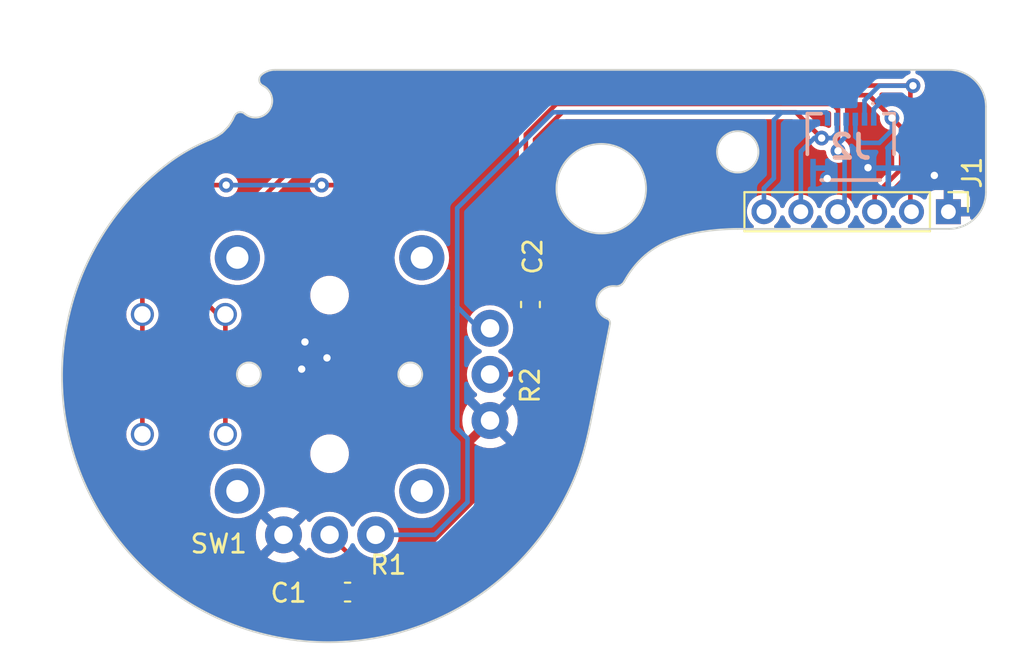
<source format=kicad_pcb>
(kicad_pcb (version 20240108) (generator "pcbnew") (generator_version "8.0")
  (layers (0 "F.Cu" signal) (31 "B.Cu" signal) (34 "B.Paste" user) (35 "F.Paste" user) (36 "B.SilkS" user "B.Silkscreen") (37 "F.SilkS" user "F.Silkscreen") (38 "B.Mask" user) (39 "F.Mask" user) (44 "Edge.Cuts" user))
  (net 0 "")
  (net 1 "GND")
  (net 2 "RS_B_IN")
  (net 3 "RS_B_OUT")
  (net 4 "RY")
  (net 5 "RX")
  (net 6 "+3V3")
  (net 7 "Net-(SW1-X_OUT)")
  (net 8 "Net-(SW1-Y_OUT)")
  (footprint "Capacitor_SMD:C_0603_1608Metric_Pad1.08x0.95mm_HandSolder" (layer "F.Cu") (at 248.1834 161.4932)
    (property "Reference" "C1" (at -3.2004 0.0508 0) (layer "F.SilkS"))
    (property "Value" ".047u" (hide yes))
    (fp_line (start -0.146267 -0.51) (end 0.146267 -0.51) (stroke (width 0.12)) (layer "F.SilkS"))
    (fp_line (start -0.146267 0.51) (end 0.146267 0.51) (stroke (width 0.12)) (layer "F.SilkS"))
    (pad "1" smd roundrect (at -0.8625 0) (size 1.075 0.95) (layers "F.Cu" "F.Paste" "F.Mask") (net 1 "GND"))
    (pad "2" smd roundrect (at 0.8625 0) (size 1.075 0.95) (layers "F.Cu" "F.Paste" "F.Mask") (net 5 "RX"))
  )
  (footprint "Resistor_SMD:R_0201_0603Metric" (layer "F.Cu") (at 248.6914 160.3248)
    (property "Reference" "R1" (at 1.7 -0.3 0) (layer "F.SilkS"))
    (property "Value" "1k" (hide yes))
    (pad "1" smd roundrect (at -0.32 0) (size 0.46 0.4) (layers "F.Cu" "F.Mask") (net 7 "Net-(SW1-X_OUT)"))
    (pad "2" smd roundrect (at 0.32 0) (size 0.46 0.4) (layers "F.Cu" "F.Mask") (net 5 "RX"))
  )
  (footprint "hhl:GL1807SYAE" (layer "F.Cu") (at 247.2072 149.688518)
    (property "Reference" "SW1" (at -6.0088 9.188482 0) (layer "F.SilkS"))
    (property "Value" "GL18_SW")
    (pad "" thru_hole circle (at -5 -6.325) (size 2.45 2.45) (drill 1.2) (layers "*.Cu" "*.Mask"))
    (pad "" thru_hole circle (at -5 6.325) (size 2.45 2.45) (drill 1.2) (layers "*.Cu" "*.Mask"))
    (pad "" np_thru_hole circle (at 0 -4.3) (size 1.6 1.6) (drill 1.6) (layers "F&B.Cu" "*.Mask"))
    (pad "" np_thru_hole circle (at 0 4.3) (size 1.6 1.6) (drill 1.6) (layers "F&B.Cu" "*.Mask"))
    (pad "" thru_hole circle (at 5 -6.325) (size 2.45 2.45) (drill 1.2) (layers "*.Cu" "*.Mask"))
    (pad "" thru_hole circle (at 5 6.325) (size 2.45 2.45) (drill 1.2) (layers "*.Cu" "*.Mask"))
    (pad "S1" thru_hole circle (at -5.65 -3.25) (size 1.25 1.25) (drill 0.9) (layers "*.Cu" "*.Mask") (net 3 "RS_B_OUT"))
    (pad "S2" thru_hole circle (at -5.65 3.25) (size 1.25 1.25) (drill 0.9) (layers "*.Cu" "*.Mask") (net 3 "RS_B_OUT"))
    (pad "S3" thru_hole circle (at -10.15 -3.25) (size 1.25 1.25) (drill 0.9) (layers "*.Cu" "*.Mask") (net 2 "RS_B_IN"))
    (pad "S4" thru_hole circle (at -10.15 3.25) (size 1.25 1.25) (drill 0.9) (layers "*.Cu" "*.Mask") (net 2 "RS_B_IN"))
    (pad "X1" thru_hole circle (at -2.5 8.7) (size 2 2) (drill 1) (layers "*.Cu" "*.Mask") (net 1 "GND"))
    (pad "X2" thru_hole circle (at 0 8.7) (size 2 2) (drill 1) (layers "*.Cu" "*.Mask") (net 7 "Net-(SW1-X_OUT)"))
    (pad "X3" thru_hole circle (at 2.5 8.7) (size 2 2) (drill 1) (layers "*.Cu" "*.Mask") (net 6 "+3V3"))
    (pad "Y1" thru_hole circle (at 8.7 2.5) (size 2 2) (drill 1) (layers "*.Cu" "*.Mask") (net 1 "GND"))
    (pad "Y2" thru_hole circle (at 8.7 0) (size 2 2) (drill 1) (layers "*.Cu" "*.Mask") (net 8 "Net-(SW1-Y_OUT)"))
    (pad "Y3" thru_hole circle (at 8.7 -2.5) (size 2 2) (drill 1) (layers "*.Cu" "*.Mask") (net 6 "+3V3"))
  )
  (footprint "Connector_PinHeader_2.00mm:PinHeader_1x06_P2.00mm_Vertical" (layer "F.Cu") (at 280.761001 140.867407 -90)
    (property "Reference" "J1" (at -2.117407 -1.288999 90) (layer "F.SilkS"))
    (property "Value" "Conn_01x06_Pin" (hide yes))
    (fp_line (start -1.06 11.06) (end 1.06 11.06) (stroke (width 0.12)) (layer "F.SilkS"))
    (fp_line (start -1.06 1) (end -1.06 11.06) (stroke (width 0.12)) (layer "F.SilkS"))
    (fp_line (start -1.06 1) (end 1.06 1) (stroke (width 0.12)) (layer "F.SilkS"))
    (fp_line (start 1.06 1) (end 1.06 11.06) (stroke (width 0.12)) (layer "F.SilkS"))
    (fp_line (start -1.06 0) (end -1.06 -1.06) (stroke (width 0.12)) (layer "F.SilkS"))
    (fp_line (start -1.06 -1.06) (end 0 -1.06) (stroke (width 0.12)) (layer "F.SilkS"))
    (pad "1" thru_hole rect (at 0 0 270) (size 1.35 1.35) (drill 0.8) (layers "*.Cu" "*.Mask") (net 1 "GND"))
    (pad "2" thru_hole oval (at 0 2 270) (size 1.35 1.35) (drill 0.8) (layers "*.Cu" "*.Mask") (net 3 "RS_B_OUT"))
    (pad "3" thru_hole oval (at 0 4 270) (size 1.35 1.35) (drill 0.8) (layers "*.Cu" "*.Mask") (net 2 "RS_B_IN"))
    (pad "4" thru_hole oval (at 0 6 270) (size 1.35 1.35) (drill 0.8) (layers "*.Cu" "*.Mask") (net 4 "RY"))
    (pad "5" thru_hole oval (at 0 8 270) (size 1.35 1.35) (drill 0.8) (layers "*.Cu" "*.Mask") (net 5 "RX"))
    (pad "6" thru_hole oval (at 0 10 270) (size 1.35 1.35) (drill 0.8) (layers "*.Cu" "*.Mask") (net 6 "+3V3"))
  )
  (footprint "Capacitor_SMD:C_0603_1608Metric_Pad1.08x0.95mm_HandSolder" (layer "F.Cu") (at 258.1 145.9 -90)
    (property "Reference" "C2" (at -2.6 -0.125 90) (layer "F.SilkS"))
    (property "Value" ".047u" (hide yes))
    (fp_line (start -0.146267 0.51) (end 0.146267 0.51) (stroke (width 0.12)) (layer "F.SilkS"))
    (fp_line (start -0.146267 -0.51) (end 0.146267 -0.51) (stroke (width 0.12)) (layer "F.SilkS"))
    (pad "1" smd roundrect (at -0.8625 0 270) (size 1.075 0.95) (layers "F.Cu" "F.Paste" "F.Mask") (net 1 "GND"))
    (pad "2" smd roundrect (at 0.8625 0 270) (size 1.075 0.95) (layers "F.Cu" "F.Paste" "F.Mask") (net 4 "RY"))
  )
  (footprint "Resistor_SMD:R_0201_0603Metric" (layer "F.Cu") (at 257.8354 148.59 90)
    (property "Reference" "R2" (at -1.7 0.25 -90) (layer "F.SilkS"))
    (property "Value" "1k" (hide yes))
    (pad "1" smd roundrect (at -0.32 0 90) (size 0.46 0.4) (layers "F.Cu" "F.Mask") (net 8 "Net-(SW1-Y_OUT)"))
    (pad "2" smd roundrect (at 0.32 0 90) (size 0.46 0.4) (layers "F.Cu" "F.Mask") (net 4 "RY"))
  )
  (footprint "hhl:5034800640" (layer "B.Cu") (at 275.463716 137.350698 180)
    (property "Reference" "J2" (at 0 0 0) (layer "B.SilkS") (effects (font (size 1.27 1.27) (thickness 0.254)) (justify mirror)))
    (property "Value" "503480-0640" (hide yes))
    (fp_line (start 2.35 1.8) (end 2.35 -0.4) (stroke (width 0.2)) (layer "B.SilkS"))
    (fp_line (start 1.6 1.8) (end 2.35 1.8) (stroke (width 0.2)) (layer "B.SilkS"))
    (fp_line (start -1.2 2.4) (end -1.2 2.4) (stroke (width 0.1)) (layer "B.SilkS"))
    (fp_line (start -1.2 2.3) (end -1.2 2.3) (stroke (width 0.1)) (layer "B.SilkS"))
    (fp_line (start -1.6 -1.8) (end 1.6 -1.8) (stroke (width 0.2)) (layer "B.SilkS"))
    (fp_line (start -1.8 1.8) (end -2.35 1.8) (stroke (width 0.2)) (layer "B.SilkS"))
    (fp_line (start -2.35 1.8) (end -2.35 -0.4) (stroke (width 0.2)) (layer "B.SilkS"))
    (fp_arc (start -1.2 2.4) (mid -1.25 2.35) (end -1.2 2.3) (stroke (width 0.1)) (layer "B.SilkS"))
    (fp_arc (start -1.2 2.3) (mid -1.15 2.35) (end -1.2 2.4) (stroke (width 0.1)) (layer "B.SilkS"))
    (pad "1" smd rect (at -1.25 1.5 180) (size 0.3 0.7) (layers "B.Cu" "B.Paste" "B.Mask") (net 1 "GND"))
    (pad "2" smd rect (at -0.75 1.5 180) (size 0.3 0.7) (layers "B.Cu" "B.Paste" "B.Mask") (net 3 "RS_B_OUT"))
    (pad "3" smd rect (at -0.25 1.5 180) (size 0.3 0.7) (layers "B.Cu" "B.Paste" "B.Mask") (net 2 "RS_B_IN"))
    (pad "4" smd rect (at 0.25 1.5 180) (size 0.3 0.7) (layers "B.Cu" "B.Paste" "B.Mask") (net 4 "RY"))
    (pad "5" smd rect (at 0.75 1.5 180) (size 0.3 0.7) (layers "B.Cu" "B.Paste" "B.Mask") (net 5 "RX"))
    (pad "6" smd rect (at 1.25 1.5 180) (size 0.3 0.7) (layers "B.Cu" "B.Paste" "B.Mask") (net 6 "+3V3"))
    (pad "MP1" smd rect (at -2.04 -1.15 180) (size 0.3 1) (layers "B.Cu" "B.Paste" "B.Mask") (net 1 "GND"))
    (pad "MP2" smd rect (at 2.04 -1.15 180) (size 0.3 1) (layers "B.Cu" "B.Paste" "B.Mask") (net 1 "GND"))
  )
  (gr_curve (pts (xy 236.182716 140.373821) (xy 235.498868 141.170014) (xy 234.903887 142.038443) (xy 234.408371 142.963672)) (stroke (width 0.1)) (layer "Edge.Cuts"))
  (gr_curve (pts (xy 262.416512 146.875826) (xy 262.419466 146.901486) (xy 262.418425 146.927449) (xy 262.413427 146.952791)) (stroke (width 0.1)) (layer "Edge.Cuts"))
  (gr_curve (pts (xy 264.33381 143.213824) (xy 264.840979 142.782004) (xy 265.432345 142.469536) (xy 266.125889 142.247344)) (stroke (width 0.1)) (layer "Edge.Cuts"))
  (gr_arc (start 243.517695 133.447452) (mid 243.86174 133.246104) (end 244.25418 133.176111) (stroke (width 0.1)) (layer "Edge.Cuts"))
  (gr_curve (pts (xy 261.687781 150.631904) (xy 261.929663 149.405533) (xy 262.171545 148.179162) (xy 262.413427 146.952791)) (stroke (width 0.1)) (layer "Edge.Cuts"))
  (gr_curve (pts (xy 262.396021 146.801576) (xy 262.406646 146.825118) (xy 262.413559 146.850166) (xy 262.416512 146.875826)) (stroke (width 0.1)) (layer "Edge.Cuts"))
  (gr_curve (pts (xy 233.286784 153.849988) (xy 233.8177 155.652394) (xy 234.69568 157.33392) (xy 235.871146 158.800026)) (stroke (width 0.1)) (layer "Edge.Cuts"))
  (gr_arc (start 262.258094 146.671154) (mid 261.69711 145.598301) (end 262.689001 144.904134) (stroke (width 0.1)) (layer "Edge.Cuts"))
  (gr_curve (pts (xy 245.457574 164.109906) (xy 247.323163 164.328607) (xy 249.213601 164.181329) (xy 251.022835 163.676242)) (stroke (width 0.1)) (layer "Edge.Cuts"))
  (gr_curve (pts (xy 240.14013 162.398991) (xy 241.784364 163.309899) (xy 243.590696 163.891054) (xy 245.457574 164.109906)) (stroke (width 0.1)) (layer "Edge.Cuts"))
  (gr_arc (start 243.589841 134.027633) (mid 243.951806 135.351149) (end 242.594525 135.552392) (stroke (width 0.1)) (layer "Edge.Cuts"))
  (gr_curve (pts (xy 266.125889 142.247344) (xy 267.437638 141.827097) (xy 268.899751 141.798227) (xy 269.339269 141.798227)) (stroke (width 0.1)) (layer "Edge.Cuts"))
  (gr_curve (pts (xy 242.123835 135.571284) (xy 242.156289 135.539286) (xy 242.194682 135.513934) (xy 242.236854 135.496653)) (stroke (width 0.1)) (layer "Edge.Cuts"))
  (gr_curve (pts (xy 242.04761 135.683234) (xy 242.065487 135.641311) (xy 242.091381 135.603281) (xy 242.123835 135.571284)) (stroke (width 0.1)) (layer "Edge.Cuts"))
  (gr_curve (pts (xy 232.774982 148.296871) (xy 232.582661 150.163609) (xy 232.756548 152.049892) (xy 233.286784 153.849988)) (stroke (width 0.1)) (layer "Edge.Cuts"))
  (gr_circle (center 251.5822 149.688518) (end 250.9322 149.688518) (stroke (width 0.1)) (fill none) (layer "Edge.Cuts"))
  (gr_curve (pts (xy 234.408371 142.963672) (xy 233.522291 144.618165) (xy 232.967327 146.429893) (xy 232.774982 148.296871)) (stroke (width 0.1)) (layer "Edge.Cuts"))
  (gr_arc (start 238.47358 138.230022) (mid 239.5728 137.5156) (end 240.757606 136.954424) (stroke (width 0.1)) (layer "Edge.Cuts"))
  (gr_curve (pts (xy 262.339918 146.722765) (xy 262.363571 146.745131) (xy 262.38263 146.771904) (xy 262.396021 146.801576)) (stroke (width 0.1)) (layer "Edge.Cuts"))
  (gr_circle (center 242.8322 149.688518) (end 242.1822 149.688518) (stroke (width 0.1)) (fill none) (layer "Edge.Cuts"))
  (gr_curve (pts (xy 238.47358 138.230022) (xy 237.634302 138.859248) (xy 236.866138 139.578124) (xy 236.182716 140.373821)) (stroke (width 0.1)) (layer "Edge.Cuts"))
  (gr_line (start 269.339269 141.798227) (end 280.79541 141.798227) (stroke (width 0.1)) (layer "Edge.Cuts"))
  (gr_circle (center 261.937726 139.619733) (end 259.507726 139.619733) (stroke (width 0.1)) (fill none) (layer "Edge.Cuts"))
  (gr_curve (pts (xy 259.6752 156.938683) (xy 260.947044 154.71543) (xy 261.163485 153.290147) (xy 261.687781 150.631904)) (stroke (width 0.1)) (layer "Edge.Cuts"))
  (gr_arc (start 243.589841 134.027633) (mid 243.397445 133.756981) (end 243.517695 133.447452) (stroke (width 0.1)) (layer "Edge.Cuts"))
  (gr_line (start 280.79541 133.176111) (end 244.25418 133.176111) (stroke (width 0.1)) (layer "Edge.Cuts"))
  (gr_curve (pts (xy 251.022835 163.676242) (xy 252.834993 163.170339) (xy 254.531141 162.315171) (xy 256.015561 161.158883)) (stroke (width 0.1)) (layer "Edge.Cuts"))
  (gr_curve (pts (xy 263.180662 144.650874) (xy 263.442841 144.181174) (xy 263.796421 143.671376) (xy 264.33381 143.213824)) (stroke (width 0.1)) (layer "Edge.Cuts"))
  (gr_curve (pts (xy 235.871146 158.800026) (xy 237.046357 160.265812) (xy 238.496527 161.488432) (xy 240.14013 162.398991)) (stroke (width 0.1)) (layer "Edge.Cuts"))
  (gr_curve (pts (xy 242.04761 135.683234) (xy 242.020787 135.74614) (xy 241.992431 135.806999) (xy 241.962596 135.865913)) (stroke (width 0.1)) (layer "Edge.Cuts"))
  (gr_curve (pts (xy 263.055454 144.79838) (xy 263.004514 144.838926) (xy 262.946141 144.869136) (xy 262.88362 144.887307)) (stroke (width 0.1)) (layer "Edge.Cuts"))
  (gr_curve (pts (xy 256.015561 161.158883) (xy 257.498301 160.003905) (xy 258.741827 158.570271) (xy 259.6752 156.938683)) (stroke (width 0.1)) (layer "Edge.Cuts"))
  (gr_curve (pts (xy 242.236854 135.496653) (xy 242.279026 135.479373) (xy 242.324171 135.470494) (xy 242.369746 135.470518)) (stroke (width 0.1)) (layer "Edge.Cuts"))
  (gr_arc (start 280.79541 133.176111) (mid 282.209624 133.761897) (end 282.79541 135.176111) (stroke (width 0.1)) (layer "Edge.Cuts"))
  (gr_arc (start 282.79541 139.798227) (mid 282.209624 141.212441) (end 280.79541 141.798227) (stroke (width 0.1)) (layer "Edge.Cuts"))
  (gr_circle (center 269.339269 137.621378) (end 268.214269 137.621378) (stroke (width 0.1)) (fill none) (layer "Edge.Cuts"))
  (gr_line (start 282.79541 139.798227) (end 282.79541 135.176111) (stroke (width 0.1)) (layer "Edge.Cuts"))
  (gr_curve (pts (xy 263.180662 144.650874) (xy 263.148929 144.707724) (xy 263.106395 144.757833) (xy 263.055454 144.79838)) (stroke (width 0.1)) (layer "Edge.Cuts"))
  (gr_curve (pts (xy 241.379633 136.594202) (xy 241.133714 136.769246) (xy 241.046288 136.822058) (xy 240.757606 136.954424)) (stroke (width 0.1)) (layer "Edge.Cuts"))
  (gr_curve (pts (xy 242.369746 135.470518) (xy 242.41054 135.47054) (xy 242.451017 135.477693) (xy 242.489348 135.491654)) (stroke (width 0.1)) (layer "Edge.Cuts"))
  (gr_curve (pts (xy 241.962596 135.865913) (xy 241.845174 136.068866) (xy 241.78793 136.154711) (xy 241.72709 136.236165)) (stroke (width 0.1)) (layer "Edge.Cuts"))
  (gr_curve (pts (xy 262.258094 146.671154) (xy 262.288468 146.682866) (xy 262.316264 146.700398) (xy 262.339918 146.722765)) (stroke (width 0.1)) (layer "Edge.Cuts"))
  (gr_curve (pts (xy 242.489348 135.491654) (xy 242.527678 135.505616) (xy 242.563274 135.526171) (xy 242.594525 135.552392)) (stroke (width 0.1)) (layer "Edge.Cuts"))
  (gr_curve (pts (xy 241.72709 136.236165) (xy 241.526644 136.459897) (xy 241.45499 136.529043) (xy 241.379633 136.594202)) (stroke (width 0.1)) (layer "Edge.Cuts"))
  (gr_curve (pts (xy 262.88362 144.887307) (xy 262.820486 144.905657) (xy 262.754348 144.911375) (xy 262.689001 144.904134)) (stroke (width 0.1)) (layer "Edge.Cuts"))
  (segment (start 244.838518 158.788518) (end 244.7 158.65) (width 0.25) (layer "F.Cu") (net 1))
  (via (at 276.4028 138.4808) (size 0.8) (drill 0.4) (layers "F.Cu" "B.Cu") (net 1))
  (via (at 280 138.9) (size 0.8) (drill 0.4) (layers "F.Cu" "B.Cu") (net 1))
  (via (at 245.872 147.9296) (size 0.8) (drill 0.4) (layers "F.Cu" "B.Cu") (net 1))
  (via (at 245.6942 149.4028) (size 0.8) (drill 0.4) (layers "F.Cu" "B.Cu") (net 1))
  (via (at 274.193 139.065) (size 0.8) (drill 0.4) (layers "F.Cu" "B.Cu") (net 1))
  (via (at 247.0658 148.7932) (size 0.8) (drill 0.4) (layers "F.Cu" "B.Cu") (net 1))
  (segment (start 276.713716 135.299684) (end 277.0632 134.9502) (width 0.25) (layer "B.Cu") (net 1))
  (segment (start 277.1902 134.8232) (end 278.13 134.8232) (width 0.25) (layer "B.Cu") (net 1))
  (segment (start 280.003716 138.896284) (end 280 138.9) (width 0.25) (layer "B.Cu") (net 1))
  (segment (start 278.13 134.8232) (end 278.4348 134.8232) (width 0.25) (layer "B.Cu") (net 1))
  (segment (start 277.0632 134.9502) (end 277.1902 134.8232) (width 0.25) (layer "B.Cu") (net 1))
  (segment (start 276.713716 135.850698) (end 276.713716 135.299684) (width 0.25) (layer "B.Cu") (net 1))
  (segment (start 278.4348 134.8232) (end 279.3746 135.763) (width 0.25) (layer "B.Cu") (net 1))
  (segment (start 244.961482 158.388518) (end 244.7 158.65) (width 0.25) (layer "B.Cu") (net 1))
  (segment (start 237.0572 142.4678) (end 237.0572 146.438518) (width 0.25) (layer "F.Cu") (net 2))
  (segment (start 241.6 139.425) (end 240.1 139.425) (width 0.25) (layer "F.Cu") (net 2))
  (segment (start 278.2 138.55) (end 276.761001 139.988999) (width 0.25) (layer "F.Cu") (net 2))
  (segment (start 252.4 139.425) (end 246.775 139.425) (width 0.25) (layer "F.Cu") (net 2))
  (segment (start 276.761001 139.988999) (end 276.761001 140.867407) (width 0.25) (layer "F.Cu") (net 2))
  (segment (start 278.2 136.2902) (end 278.2 138.55) (width 0.25) (layer "F.Cu") (net 2))
  (segment (start 277.6982 135.7884) (end 278.2 136.2902) (width 0.25) (layer "F.Cu") (net 2))
  (segment (start 277.6982 135.7884) (end 276.4598 134.55) (width 0.25) (layer "F.Cu") (net 2))
  (segment (start 257.275 134.55) (end 252.4 139.425) (width 0.25) (layer "F.Cu") (net 2))
  (segment (start 237.0572 146.438518) (end 237.0572 152.938518) (width 0.25) (layer "F.Cu") (net 2))
  (segment (start 276.4598 134.55) (end 257.275 134.55) (width 0.25) (layer "F.Cu") (net 2))
  (segment (start 240.1 139.425) (end 237.0572 142.4678) (width 0.25) (layer "F.Cu") (net 2))
  (via (at 241.6 139.425) (size 0.8) (drill 0.4) (layers "F.Cu" "B.Cu") (net 2))
  (via (at 277.6982 135.7884) (size 0.8) (drill 0.4) (layers "F.Cu" "B.Cu") (net 2))
  (via (at 246.775 139.425) (size 0.8) (drill 0.4) (layers "F.Cu" "B.Cu") (net 2))
  (segment (start 246.775 139.425) (end 241.6 139.425) (width 0.25) (layer "B.Cu") (net 2))
  (segment (start 275.713716 136.801116) (end 275.713716 135.850698) (width 0.25) (layer "B.Cu") (net 2))
  (segment (start 277.6982 136.4488) (end 277.0124 137.1346) (width 0.25) (layer "B.Cu") (net 2))
  (segment (start 277.0124 137.1346) (end 276.0472 137.1346) (width 0.25) (layer "B.Cu") (net 2))
  (segment (start 277.6982 135.7884) (end 277.6982 136.4488) (width 0.25) (layer "B.Cu") (net 2))
  (segment (start 276.0472 137.1346) (end 275.713716 136.801116) (width 0.25) (layer "B.Cu") (net 2))
  (segment (start 240.75 140.725) (end 239.3 142.175) (width 0.25) (layer "F.Cu") (net 3))
  (segment (start 278.7 134.177) (end 278.7 140.806406) (width 0.25) (layer "F.Cu") (net 3))
  (segment (start 239.3 142.175) (end 239.3 144.6) (width 0.25) (layer "F.Cu") (net 3))
  (segment (start 245.15 138.525) (end 242.95 140.725) (width 0.25) (layer "F.Cu") (net 3))
  (segment (start 252.575 138.525) (end 245.15 138.525) (width 0.25) (layer "F.Cu") (net 3))
  (segment (start 241.5572 152.938518) (end 241.5572 146.438518) (width 0.25) (layer "F.Cu") (net 3))
  (segment (start 239.3 144.6) (end 241.138518 146.438518) (width 0.25) (layer "F.Cu") (net 3))
  (segment (start 241.138518 146.438518) (end 241.5572 146.438518) (width 0.25) (layer "F.Cu") (net 3))
  (segment (start 278.8304 134.025) (end 257.075 134.025) (width 0.25) (layer "F.Cu") (net 3))
  (segment (start 278.8412 134.0358) (end 278.7 134.177) (width 0.25) (layer "F.Cu") (net 3))
  (segment (start 242.95 140.725) (end 240.75 140.725) (width 0.25) (layer "F.Cu") (net 3))
  (segment (start 278.7 140.806406) (end 278.761001 140.867407) (width 0.25) (layer "F.Cu") (net 3))
  (segment (start 257.075 134.025) (end 252.575 138.525) (width 0.25) (layer "F.Cu") (net 3))
  (segment (start 278.8412 134.0358) (end 278.8304 134.025) (width 0.25) (layer "F.Cu") (net 3))
  (via (at 278.8412 134.0358) (size 0.8) (drill 0.4) (layers "F.Cu" "B.Cu") (net 3))
  (segment (start 276.213716 135.850698) (end 276.213716 134.834484) (width 0.25) (layer "B.Cu") (net 3))
  (segment (start 276.213716 134.834484) (end 277.0124 134.0358) (width 0.25) (layer "B.Cu") (net 3))
  (segment (start 277.0124 134.0358) (end 278.8412 134.0358) (width 0.25) (layer "B.Cu") (net 3))
  (segment (start 278.8412 134.0358) (end 278.713716 134.163284) (width 0.25) (layer "B.Cu") (net 3))
  (segment (start 258.6875 146.7625) (end 258.1 146.7625) (width 0.25) (layer "F.Cu") (net 4))
  (segment (start 257.85 136.675) (end 257.85 141.85) (width 0.25) (layer "F.Cu") (net 4))
  (segment (start 274.475 135.025) (end 259.5 135.025) (width 0.25) (layer "F.Cu") (net 4))
  (segment (start 258.1 147.925) (end 258.1 146.7625) (width 0.25) (layer "F.Cu") (net 4))
  (segment (start 257.85 141.85) (end 259.775 143.775) (width 0.25) (layer "F.Cu") (net 4))
  (segment (start 274.7772 135.3272) (end 274.475 135.025) (width 0.25) (layer "F.Cu") (net 4))
  (segment (start 257.8354 148.27) (end 257.8354 148.1896) (width 0.25) (layer "F.Cu") (net 4))
  (segment (start 257.8354 148.1896) (end 258.1 147.925) (width 0.25) (layer "F.Cu") (net 4))
  (segment (start 274.7772 137.5664) (end 274.7772 135.3272) (width 0.25) (layer "F.Cu") (net 4))
  (segment (start 259.775 143.775) (end 259.775 145.675) (width 0.25) (layer "F.Cu") (net 4))
  (segment (start 259.5 135.025) (end 257.85 136.675) (width 0.25) (layer "F.Cu") (net 4))
  (segment (start 259.775 145.675) (end 258.6875 146.7625) (width 0.25) (layer "F.Cu") (net 4))
  (via (at 274.7772 137.5664) (size 0.8) (drill 0.4) (layers "F.Cu" "B.Cu") (net 4))
  (segment (start 275.213716 136.774284) (end 274.7772 137.2108) (width 0.25) (layer "B.Cu") (net 4))
  (segment (start 274.7772 137.2108) (end 274.7772 137.5664) (width 0.25) (layer "B.Cu") (net 4))
  (segment (start 275.1328 140.495608) (end 274.761001 140.867407) (width 0.25) (layer "B.Cu") (net 4))
  (segment (start 275.213716 135.850698) (end 275.213716 136.774284) (width 0.25) (layer "B.Cu") (net 4))
  (segment (start 274.7772 137.5664) (end 275.1328 137.922) (width 0.25) (layer "B.Cu") (net 4))
  (segment (start 275.1328 137.922) (end 275.1328 140.495608) (width 0.25) (layer "B.Cu") (net 4))
  (segment (start 250.7568 161.4932) (end 249.0459 161.4932) (width 0.25) (layer "F.Cu") (net 5))
  (segment (start 249.0459 161.4932) (end 249.0459 160.3593) (width 0.25) (layer "F.Cu") (net 5))
  (segment (start 272.4882 135.475) (end 259.825 135.475) (width 0.25) (layer "F.Cu") (net 5))
  (segment (start 258.35 136.95) (end 258.35 141.675) (width 0.25) (layer "F.Cu") (net 5))
  (segment (start 258.35 141.675) (end 260.3 143.625) (width 0.25) (layer "F.Cu") (net 5))
  (segment (start 273.8882 136.875) (end 272.4882 135.475) (width 0.25) (layer "F.Cu") (net 5))
  (segment (start 258 154.25) (end 250.7568 161.4932) (width 0.25) (layer "F.Cu") (net 5))
  (segment (start 258 153.05) (end 258 154.25) (width 0.25) (layer "F.Cu") (net 5))
  (segment (start 260.3 150.75) (end 258 153.05) (width 0.25) (layer "F.Cu") (net 5))
  (segment (start 260.3 143.625) (end 260.3 150.75) (width 0.25) (layer "F.Cu") (net 5))
  (segment (start 249.0459 160.3593) (end 249.0114 160.3248) (width 0.25) (layer "F.Cu") (net 5))
  (segment (start 259.825 135.475) (end 258.35 136.95) (width 0.25) (layer "F.Cu") (net 5))
  (via (at 273.8882 136.875) (size 0.8) (drill 0.4) (layers "F.Cu" "B.Cu") (net 5))
  (segment (start 274.713716 135.850698) (end 274.713716 136.608284) (width 0.25) (layer "B.Cu") (net 5))
  (segment (start 272.761001 137.601399) (end 272.761001 140.867407) (width 0.25) (layer "B.Cu") (net 5))
  (segment (start 273.4874 136.875) (end 272.761001 137.601399) (width 0.25) (layer "B.Cu") (net 5))
  (segment (start 274.713716 136.608284) (end 274.447 136.875) (width 0.25) (layer "B.Cu") (net 5))
  (segment (start 273.8882 136.875) (end 273.4874 136.875) (width 0.25) (layer "B.Cu") (net 5))
  (segment (start 273.8882 136.875) (end 274.447 136.875) (width 0.25) (layer "B.Cu") (net 5))
  (segment (start 274.143807 135.4836) (end 271.6784 135.4836) (width 0.25) (layer "B.Cu") (net 6))
  (segment (start 255.9072 147.188518) (end 255.290918 147.188518) (width 0.25) (layer "B.Cu") (net 6))
  (segment (start 274.213716 135.850698) (end 274.213716 135.553509) (width 0.25) (layer "B.Cu") (net 6))
  (segment (start 271.6698 135.475) (end 259.325 135.475) (width 0.25) (layer "B.Cu") (net 6))
  (segment (start 254.127 140.673) (end 254.127 146.0246) (width 0.25) (layer "B.Cu") (net 6))
  (segment (start 270.761001 140.867407) (end 270.761001 139.588999) (width 0.25) (layer "B.Cu") (net 6))
  (segment (start 259.325 135.475) (end 254.127 140.673) (width 0.25) (layer "B.Cu") (net 6))
  (segment (start 271.2974 135.8941) (end 271.6698 135.5217) (width 0.25) (layer "B.Cu") (net 6))
  (segment (start 254.127 152.6032) (end 254.6858 153.162) (width 0.25) (layer "B.Cu") (net 6))
  (segment (start 254.127 146.0246) (end 254.127 152.6032) (width 0.25) (layer "B.Cu") (net 6))
  (segment (start 254.6858 156.6142) (end 252.911482 158.388518) (width 0.25) (layer "B.Cu") (net 6))
  (segment (start 255.290918 147.188518) (end 254.127 146.0246) (width 0.25) (layer "B.Cu") (net 6))
  (segment (start 274.213716 135.553509) (end 274.143807 135.4836) (width 0.25) (layer "B.Cu") (net 6))
  (segment (start 254.6858 153.162) (end 254.6858 156.6142) (width 0.25) (layer "B.Cu") (net 6))
  (segment (start 252.911482 158.388518) (end 249.7072 158.388518) (width 0.25) (layer "B.Cu") (net 6))
  (segment (start 271.6784 135.4836) (end 271.6698 135.475) (width 0.25) (layer "B.Cu") (net 6))
  (segment (start 270.761001 139.588999) (end 271.2974 139.0526) (width 0.25) (layer "B.Cu") (net 6))
  (segment (start 271.6698 135.5217) (end 271.6698 135.475) (width 0.25) (layer "B.Cu") (net 6))
  (segment (start 271.2974 139.0526) (end 271.2974 135.8941) (width 0.25) (layer "B.Cu") (net 6))
  (segment (start 247.2072 158.388518) (end 248.3714 159.552718) (width 0.25) (layer "F.Cu") (net 7))
  (segment (start 248.3714 159.552718) (end 248.3714 160.3248) (width 0.25) (layer "F.Cu") (net 7))
  (segment (start 255.9072 149.688518) (end 257.056882 149.688518) (width 0.25) (layer "F.Cu") (net 8))
  (segment (start 257.056882 149.688518) (end 257.8354 148.91) (width 0.25) (layer "F.Cu") (net 8))
  (zone (net 1) (net_name "GND") (layers "F&B.Cu") (connect_pads (clearance 0.25)) (min_thickness 0.25) (fill yes (thermal_gap 0.5) (thermal_bridge_width 0.5) (island_removal_mode 1) (island_area_min 10))
    (polygon (pts (xy 230.7082 129.3876) (xy 284.6578 129.3876) (xy 284.861 164.7952) (xy 229.3366 164.084)))
  )
)
</source>
